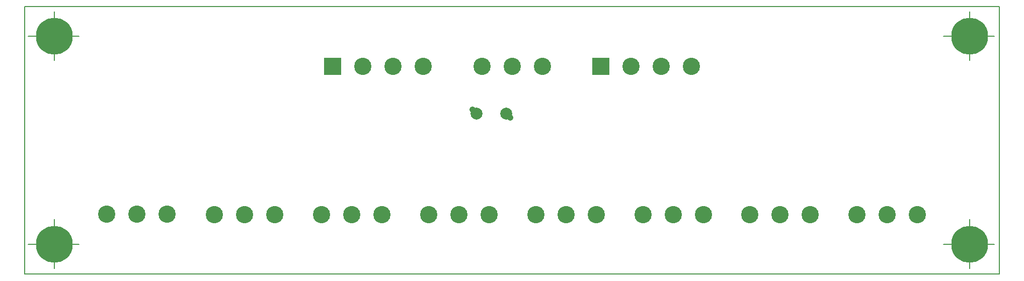
<source format=gbs>
%FSLAX25Y25*%
%MOIN*%
G70*
G01*
G75*
G04 Layer_Color=16711935*
%ADD10R,0.02953X0.02362*%
%ADD11R,0.03937X0.04724*%
%ADD12R,0.04724X0.03937*%
%ADD13R,0.07087X0.09843*%
%ADD14C,0.05000*%
%ADD15C,0.01000*%
%ADD16C,0.07000*%
%ADD17C,0.00500*%
%ADD18C,0.00787*%
%ADD19C,0.10630*%
%ADD20C,0.23622*%
%ADD21C,0.07087*%
%ADD22R,0.10630X0.10630*%
%ADD23C,0.02400*%
%ADD24C,0.10000*%
%ADD25C,0.00984*%
%ADD26C,0.03000*%
%ADD27C,0.00394*%
%ADD28R,0.03753X0.03162*%
%ADD29R,0.04737X0.05524*%
%ADD30R,0.05524X0.04737*%
%ADD31R,0.07887X0.10642*%
%ADD32C,0.11430*%
%ADD33C,0.24422*%
%ADD34C,0.07887*%
%ADD35R,0.11430X0.11430*%
%ADD36C,0.03937*%
D17*
X0Y0D02*
Y177165D01*
X645669D01*
Y0D02*
Y177165D01*
X0Y0D02*
X645669D01*
D18*
X2385Y19685D02*
X36085D01*
X19685Y3785D02*
Y36285D01*
X608684Y19685D02*
X642384D01*
X625984Y3785D02*
Y36285D01*
X608684Y157480D02*
X642384D01*
X625984Y141580D02*
Y174080D01*
X2385Y157480D02*
X36085D01*
X19685Y141580D02*
Y174080D01*
D32*
X74410Y39764D02*
D03*
X94410D02*
D03*
X54409D02*
D03*
X145669Y39370D02*
D03*
X165669D02*
D03*
X125669D02*
D03*
X216535D02*
D03*
X236536D02*
D03*
X196536D02*
D03*
X287717D02*
D03*
X307717D02*
D03*
X267717D02*
D03*
X358583D02*
D03*
X378583D02*
D03*
X338583D02*
D03*
X429449D02*
D03*
X449449D02*
D03*
X409449D02*
D03*
X571181D02*
D03*
X591181D02*
D03*
X551181D02*
D03*
X322835Y137795D02*
D03*
X302835D02*
D03*
X342835D02*
D03*
X441575D02*
D03*
X421575D02*
D03*
X401575D02*
D03*
X263779D02*
D03*
X243779D02*
D03*
X223780D02*
D03*
X500315Y39370D02*
D03*
X520315D02*
D03*
X480315D02*
D03*
D33*
X19685Y19685D02*
D03*
X625984D02*
D03*
Y157480D02*
D03*
X19685D02*
D03*
D34*
X318898Y106299D02*
D03*
X299213D02*
D03*
D35*
X381575Y137795D02*
D03*
X203780D02*
D03*
D36*
X296429Y109083D02*
X299213Y106299D01*
X318819D02*
X321603Y103515D01*
M02*

</source>
